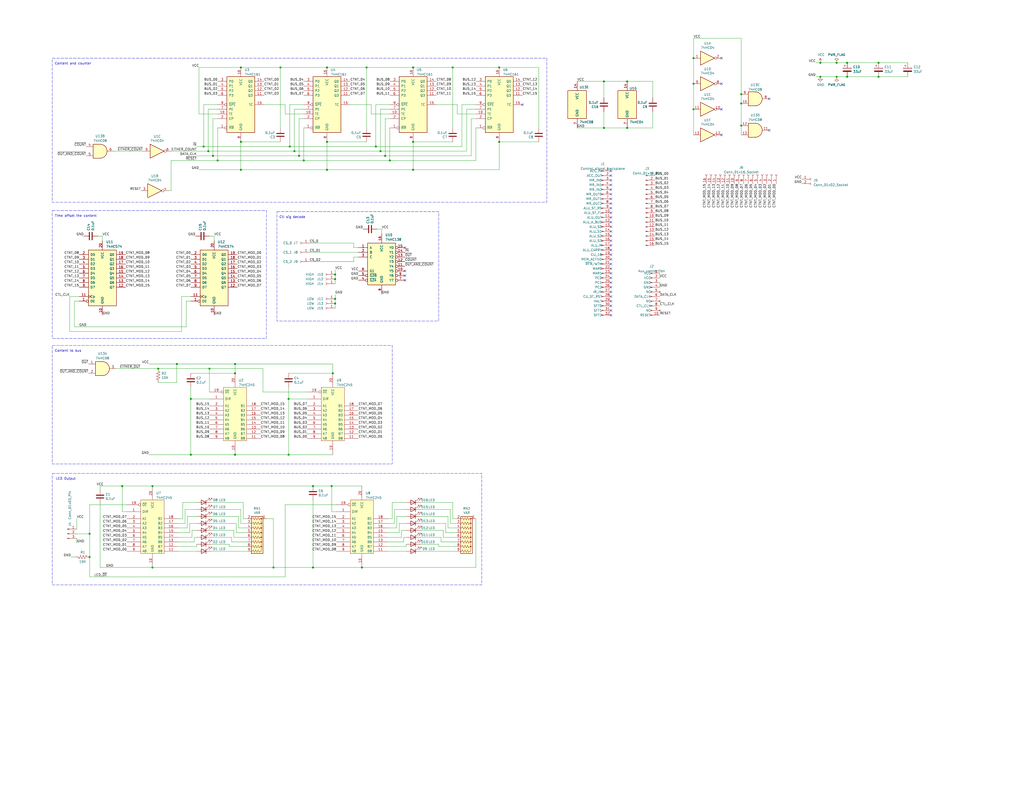
<source format=kicad_sch>
(kicad_sch (version 20230121) (generator eeschema)
  (paper "C")
  (junction (at 170.815 309.88))
  (junction (at 131.445 77.47))
  (junction (at 128.27 248.285))
  (junction (at 182.88 149.86))
  (junction (at 131.445 92.71))
  (junction (at 128.27 198.755))
  (junction (at 329.565 44.45))
  (junction (at 212.725 87.63))
  (junction (at 462.28 41.91))
  (junction (at 378.46 45.72))
  (junction (at 272.415 36.83))
  (junction (at 225.425 36.83))
  (junction (at 197.485 309.88))
  (junction (at 153.035 36.83))
  (junction (at 83.185 265.43))
  (junction (at 182.88 165.735))
  (junction (at 378.46 31.75))
  (junction (at 205.105 80.01))
  (junction (at 113.665 82.55))
  (junction (at 128.27 203.835))
  (junction (at 157.48 217.805))
  (junction (at 456.565 41.91))
  (junction (at 200.025 36.83))
  (junction (at 114.3 201.295))
  (junction (at 178.435 92.71))
  (junction (at 178.435 36.83))
  (junction (at 456.565 34.29))
  (junction (at 272.415 77.47))
  (junction (at 447.675 34.29))
  (junction (at 404.495 56.515))
  (junction (at 163.195 85.09))
  (junction (at 86.36 201.295))
  (junction (at 182.88 163.195))
  (junction (at 180.975 265.43))
  (junction (at 329.565 69.85))
  (junction (at 165.735 87.63))
  (junction (at 378.46 59.69))
  (junction (at 149.225 309.88))
  (junction (at 178.435 77.47))
  (junction (at 210.185 85.09))
  (junction (at 96.52 198.755))
  (junction (at 225.425 77.47))
  (junction (at 247.015 36.83))
  (junction (at 404.495 68.58))
  (junction (at 342.265 44.45))
  (junction (at 158.115 80.01))
  (junction (at 170.815 265.43))
  (junction (at 225.425 92.71))
  (junction (at 342.265 69.85))
  (junction (at 116.205 85.09))
  (junction (at 404.495 51.435))
  (junction (at 118.745 87.63))
  (junction (at 83.185 309.88))
  (junction (at 447.675 41.91))
  (junction (at 160.655 82.55))
  (junction (at 48.895 304.165))
  (junction (at 104.14 217.805))
  (junction (at 48.895 291.465))
  (junction (at 479.425 41.91))
  (junction (at 182.88 152.4))
  (junction (at 479.425 34.29))
  (junction (at 111.125 80.01))
  (junction (at 462.28 34.29))
  (junction (at 66.675 265.43))
  (junction (at 157.48 248.285))
  (junction (at 207.645 82.55))
  (junction (at 131.445 36.83))
  (junction (at 104.14 248.285))
  (junction (at 181.61 203.835))
  (no_connect (at 220.98 150.495))
  (no_connect (at 333.375 164.465))
  (no_connect (at 333.375 133.985))
  (no_connect (at 220.98 135.255))
  (no_connect (at 333.375 172.085))
  (no_connect (at 393.7 31.75))
  (no_connect (at 333.375 95.885))
  (no_connect (at 333.375 113.665))
  (no_connect (at 333.375 156.845))
  (no_connect (at 333.375 154.305))
  (no_connect (at 333.375 98.425))
  (no_connect (at 333.375 103.505))
  (no_connect (at 333.375 141.605))
  (no_connect (at 333.375 149.225))
  (no_connect (at 333.375 144.145))
  (no_connect (at 333.375 131.445))
  (no_connect (at 333.375 118.745))
  (no_connect (at 333.375 93.345))
  (no_connect (at 333.375 116.205))
  (no_connect (at 220.98 147.955))
  (no_connect (at 333.375 159.385))
  (no_connect (at 333.375 121.285))
  (no_connect (at 285.115 57.15))
  (no_connect (at 333.375 151.765))
  (no_connect (at 333.375 136.525))
  (no_connect (at 419.735 53.975))
  (no_connect (at 333.375 111.125))
  (no_connect (at 333.375 123.825))
  (no_connect (at 333.375 169.545))
  (no_connect (at 393.7 73.66))
  (no_connect (at 333.375 106.045))
  (no_connect (at 393.7 45.72))
  (no_connect (at 333.375 108.585))
  (no_connect (at 333.375 146.685))
  (no_connect (at 393.7 59.69))
  (no_connect (at 220.98 153.035))
  (no_connect (at 333.375 100.965))
  (no_connect (at 333.375 167.005))
  (no_connect (at 419.735 71.12))
  (no_connect (at 333.375 139.065))
  (no_connect (at 333.375 161.925))
  (no_connect (at 333.375 126.365))
  (no_connect (at 333.375 128.905))
  (wire (pts (xy 193.04 135.255) (xy 195.58 135.255)))
  (wire (pts (xy 229.235 297.18) (xy 239.395 297.18)))
  (wire (pts (xy 125.095 298.45) (xy 135.255 298.45)))
  (wire (pts (xy 99.06 161.925) (xy 99.06 180.975)))
  (wire (pts (xy 404.495 51.435) (xy 404.495 56.515)))
  (wire (pts (xy 178.435 92.71) (xy 225.425 92.71)))
  (wire (pts (xy 101.6 164.465) (xy 104.14 164.465)))
  (wire (pts (xy 238.125 57.15) (xy 249.555 57.15)))
  (wire (pts (xy 272.415 92.71) (xy 272.415 77.47)))
  (wire (pts (xy 97.155 300.99) (xy 107.315 300.99)))
  (wire (pts (xy 182.88 163.195) (xy 182.88 165.735)))
  (wire (pts (xy 103.505 290.83) (xy 103.505 285.75)))
  (wire (pts (xy 247.015 36.83) (xy 247.015 69.85)))
  (wire (pts (xy 167.64 217.805) (xy 157.48 217.805)))
  (wire (pts (xy 211.455 283.21) (xy 213.995 283.21)))
  (wire (pts (xy 158.115 57.15) (xy 165.735 57.15)))
  (wire (pts (xy 131.445 285.75) (xy 135.255 285.75)))
  (wire (pts (xy 212.725 69.85) (xy 212.725 87.63)))
  (wire (pts (xy 38.735 304.165) (xy 41.275 304.165)))
  (wire (pts (xy 143.51 213.995) (xy 143.51 201.295)))
  (wire (pts (xy 404.495 20.955) (xy 404.495 51.435)))
  (wire (pts (xy 212.725 87.63) (xy 259.715 87.63)))
  (wire (pts (xy 211.455 285.75) (xy 215.265 285.75)))
  (wire (pts (xy 153.035 36.83) (xy 153.035 69.85)))
  (wire (pts (xy 404.495 56.515) (xy 404.495 68.58)))
  (wire (pts (xy 97.155 293.37) (xy 104.775 293.37)))
  (wire (pts (xy 55.88 128.905) (xy 55.88 131.445)))
  (wire (pts (xy 221.615 298.45) (xy 221.615 297.18)))
  (wire (pts (xy 131.445 36.83) (xy 153.035 36.83)))
  (wire (pts (xy 69.215 279.4) (xy 66.675 279.4)))
  (wire (pts (xy 445.135 41.91) (xy 447.675 41.91)))
  (wire (pts (xy 128.27 198.755) (xy 96.52 198.755)))
  (wire (pts (xy 149.225 309.88) (xy 170.815 309.88)))
  (wire (pts (xy 107.315 298.45) (xy 107.315 297.18)))
  (wire (pts (xy 220.345 295.91) (xy 220.345 293.37)))
  (wire (pts (xy 118.745 62.23) (xy 108.585 62.23)))
  (wire (pts (xy 97.155 285.75) (xy 100.965 285.75)))
  (wire (pts (xy 219.075 293.37) (xy 219.075 289.56)))
  (wire (pts (xy 243.205 285.75) (xy 243.205 290.83)))
  (wire (pts (xy 244.475 281.94) (xy 244.475 288.29)))
  (wire (pts (xy 210.185 64.77) (xy 210.185 85.09)))
  (wire (pts (xy 207.645 59.69) (xy 207.645 82.55)))
  (wire (pts (xy 128.27 203.835) (xy 104.14 203.835)))
  (wire (pts (xy 128.27 198.755) (xy 181.61 198.755)))
  (wire (pts (xy 54.61 274.955) (xy 54.61 309.88)))
  (wire (pts (xy 114.935 293.37) (xy 126.365 293.37)))
  (wire (pts (xy 197.485 265.43) (xy 180.975 265.43)))
  (wire (pts (xy 229.235 289.56) (xy 241.935 289.56)))
  (wire (pts (xy 99.695 274.32) (xy 107.315 274.32)))
  (wire (pts (xy 356.235 44.45) (xy 342.265 44.45)))
  (wire (pts (xy 243.205 290.83) (xy 249.555 290.83)))
  (wire (pts (xy 93.345 87.63) (xy 93.345 104.14)))
  (wire (pts (xy 456.565 34.29) (xy 462.28 34.29)))
  (wire (pts (xy 155.575 62.23) (xy 165.735 62.23)))
  (wire (pts (xy 131.445 278.13) (xy 131.445 285.75)))
  (wire (pts (xy 54.61 309.88) (xy 83.185 309.88)))
  (wire (pts (xy 132.715 274.32) (xy 132.715 283.21)))
  (wire (pts (xy 160.655 59.69) (xy 160.655 82.55)))
  (wire (pts (xy 102.235 288.29) (xy 102.235 281.94)))
  (wire (pts (xy 447.675 34.29) (xy 456.565 34.29)))
  (wire (pts (xy 38.1 161.925) (xy 43.18 161.925)))
  (wire (pts (xy 247.015 77.47) (xy 225.425 77.47)))
  (wire (pts (xy 163.195 85.09) (xy 163.195 64.77)))
  (wire (pts (xy 104.14 217.805) (xy 104.14 248.285)))
  (wire (pts (xy 205.105 57.15) (xy 205.105 80.01)))
  (wire (pts (xy 131.445 92.71) (xy 108.585 92.71)))
  (wire (pts (xy 182.88 152.4) (xy 182.88 154.94)))
  (wire (pts (xy 257.175 85.09) (xy 210.185 85.09)))
  (wire (pts (xy 404.495 20.955) (xy 378.46 20.955)))
  (wire (pts (xy 249.555 57.15) (xy 249.555 62.23)))
  (wire (pts (xy 229.235 274.32) (xy 247.015 274.32)))
  (wire (pts (xy 86.36 201.295) (xy 114.3 201.295)))
  (wire (pts (xy 211.455 290.83) (xy 217.805 290.83)))
  (wire (pts (xy 128.27 248.285) (xy 157.48 248.285)))
  (wire (pts (xy 104.14 211.455) (xy 104.14 217.805)))
  (wire (pts (xy 48.895 275.59) (xy 48.895 291.465)))
  (wire (pts (xy 211.455 295.91) (xy 220.345 295.91)))
  (wire (pts (xy 111.125 80.01) (xy 111.125 57.15)))
  (wire (pts (xy 456.565 41.91) (xy 462.28 41.91)))
  (wire (pts (xy 111.125 57.15) (xy 118.745 57.15)))
  (wire (pts (xy 191.135 57.15) (xy 202.565 57.15)))
  (wire (pts (xy 225.425 36.83) (xy 247.015 36.83)))
  (wire (pts (xy 249.555 62.23) (xy 259.715 62.23)))
  (wire (pts (xy 456.565 41.91) (xy 447.675 41.91)))
  (wire (pts (xy 53.34 128.905) (xy 55.88 128.905)))
  (wire (pts (xy 182.88 147.32) (xy 182.88 149.86)))
  (wire (pts (xy 217.805 285.75) (xy 221.615 285.75)))
  (wire (pts (xy 182.88 165.735) (xy 182.88 168.275)))
  (wire (pts (xy 102.235 281.94) (xy 107.315 281.94)))
  (wire (pts (xy 128.905 285.75) (xy 128.905 290.83)))
  (wire (pts (xy 97.155 288.29) (xy 102.235 288.29)))
  (wire (pts (xy 118.745 69.85) (xy 118.745 87.63)))
  (wire (pts (xy 116.205 85.09) (xy 163.195 85.09)))
  (wire (pts (xy 272.415 77.47) (xy 294.005 77.47)))
  (wire (pts (xy 165.735 87.63) (xy 212.725 87.63)))
  (wire (pts (xy 111.125 80.01) (xy 158.115 80.01)))
  (wire (pts (xy 229.235 285.75) (xy 243.205 285.75)))
  (wire (pts (xy 211.455 298.45) (xy 221.615 298.45)))
  (wire (pts (xy 229.235 293.37) (xy 240.665 293.37)))
  (wire (pts (xy 215.265 285.75) (xy 215.265 278.13)))
  (wire (pts (xy 126.365 293.37) (xy 126.365 295.91)))
  (wire (pts (xy 63.5 201.295) (xy 86.36 201.295)))
  (wire (pts (xy 479.425 41.91) (xy 495.3 41.91)))
  (wire (pts (xy 183.515 279.4) (xy 180.975 279.4)))
  (wire (pts (xy 213.995 274.32) (xy 221.615 274.32)))
  (wire (pts (xy 254.635 59.69) (xy 254.635 82.55)))
  (wire (pts (xy 97.155 295.91) (xy 106.045 295.91)))
  (wire (pts (xy 195.58 140.335) (xy 193.04 140.335)))
  (wire (pts (xy 200.025 36.83) (xy 200.025 69.85)))
  (wire (pts (xy 247.015 36.83) (xy 272.415 36.83)))
  (wire (pts (xy 182.88 149.86) (xy 182.88 152.4)))
  (wire (pts (xy 182.88 160.655) (xy 182.88 163.195)))
  (wire (pts (xy 54.61 265.43) (xy 54.61 267.335)))
  (wire (pts (xy 101.6 178.435) (xy 40.64 178.435)))
  (wire (pts (xy 116.205 64.77) (xy 118.745 64.77)))
  (wire (pts (xy 193.04 140.335) (xy 193.04 142.875)))
  (wire (pts (xy 225.425 92.71) (xy 272.415 92.71)))
  (wire (pts (xy 97.155 298.45) (xy 107.315 298.45)))
  (wire (pts (xy 116.205 85.09) (xy 116.205 64.77)))
  (wire (pts (xy 128.905 290.83) (xy 135.255 290.83)))
  (wire (pts (xy 356.235 60.96) (xy 356.235 69.85)))
  (wire (pts (xy 207.645 82.55) (xy 160.655 82.55)))
  (wire (pts (xy 155.575 57.15) (xy 155.575 62.23)))
  (wire (pts (xy 229.235 281.94) (xy 244.475 281.94)))
  (wire (pts (xy 40.64 178.435) (xy 40.64 164.465)))
  (wire (pts (xy 462.28 34.29) (xy 479.425 34.29)))
  (wire (pts (xy 157.48 217.805) (xy 157.48 248.285)))
  (wire (pts (xy 114.935 278.13) (xy 131.445 278.13)))
  (wire (pts (xy 239.395 298.45) (xy 249.555 298.45)))
  (wire (pts (xy 244.475 288.29) (xy 249.555 288.29)))
  (wire (pts (xy 127.635 293.37) (xy 135.255 293.37)))
  (wire (pts (xy 83.185 309.88) (xy 149.225 309.88)))
  (wire (pts (xy 54.61 265.43) (xy 66.675 265.43)))
  (wire (pts (xy 93.345 104.14) (xy 92.075 104.14)))
  (wire (pts (xy 106.045 295.91) (xy 106.045 293.37)))
  (wire (pts (xy 48.895 304.165) (xy 48.895 314.96)))
  (wire (pts (xy 215.265 278.13) (xy 221.615 278.13)))
  (wire (pts (xy 149.225 283.21) (xy 149.225 309.88)))
  (wire (pts (xy 100.965 278.13) (xy 107.315 278.13)))
  (wire (pts (xy 360.045 149.225) (xy 360.045 151.765)))
  (wire (pts (xy 254.635 59.69) (xy 259.715 59.69)))
  (wire (pts (xy 130.175 288.29) (xy 135.255 288.29)))
  (wire (pts (xy 168.91 137.795) (xy 195.58 137.795)))
  (wire (pts (xy 97.155 283.21) (xy 99.695 283.21)))
  (wire (pts (xy 211.455 288.29) (xy 216.535 288.29)))
  (wire (pts (xy 181.61 203.835) (xy 157.48 203.835)))
  (wire (pts (xy 241.935 293.37) (xy 249.555 293.37)))
  (wire (pts (xy 96.52 198.755) (xy 81.28 198.755)))
  (wire (pts (xy 153.035 77.47) (xy 131.445 77.47)))
  (wire (pts (xy 257.175 64.77) (xy 257.175 85.09)))
  (wire (pts (xy 145.415 283.21) (xy 149.225 283.21)))
  (wire (pts (xy 144.145 57.15) (xy 155.575 57.15)))
  (wire (pts (xy 216.535 288.29) (xy 216.535 281.94)))
  (wire (pts (xy 104.775 293.37) (xy 104.775 289.56)))
  (wire (pts (xy 378.46 31.75) (xy 378.46 45.72)))
  (wire (pts (xy 404.495 68.58) (xy 404.495 73.66)))
  (wire (pts (xy 128.27 203.835) (xy 128.27 198.755)))
  (wire (pts (xy 168.91 132.715) (xy 193.04 132.715)))
  (wire (pts (xy 125.095 297.18) (xy 125.095 298.45)))
  (wire (pts (xy 86.36 208.915) (xy 96.52 208.915)))
  (wire (pts (xy 216.535 281.94) (xy 221.615 281.94)))
  (wire (pts (xy 114.935 285.75) (xy 128.905 285.75)))
  (wire (pts (xy 445.135 34.29) (xy 447.675 34.29)))
  (wire (pts (xy 41.91 288.925) (xy 41.91 283.21)))
  (wire (pts (xy 153.035 36.83) (xy 178.435 36.83)))
  (wire (pts (xy 97.155 290.83) (xy 103.505 290.83)))
  (wire (pts (xy 241.935 289.56) (xy 241.935 293.37)))
  (wire (pts (xy 213.995 283.21) (xy 213.995 274.32)))
  (wire (pts (xy 93.345 87.63) (xy 118.745 87.63)))
  (wire (pts (xy 118.745 87.63) (xy 165.735 87.63)))
  (wire (pts (xy 200.025 77.47) (xy 178.435 77.47)))
  (wire (pts (xy 329.565 60.96) (xy 329.565 69.85)))
  (wire (pts (xy 165.735 69.85) (xy 165.735 87.63)))
  (wire (pts (xy 180.975 279.4) (xy 180.975 265.43)))
  (wire (pts (xy 240.665 293.37) (xy 240.665 295.91)))
  (wire (pts (xy 114.3 217.805) (xy 104.14 217.805)))
  (wire (pts (xy 211.455 293.37) (xy 219.075 293.37)))
  (wire (pts (xy 48.895 275.59) (xy 69.215 275.59)))
  (wire (pts (xy 168.91 142.875) (xy 193.04 142.875)))
  (wire (pts (xy 200.025 36.83) (xy 225.425 36.83)))
  (wire (pts (xy 356.235 53.34) (xy 356.235 44.45)))
  (wire (pts (xy 378.46 45.72) (xy 378.46 59.69)))
  (wire (pts (xy 479.425 34.29) (xy 495.3 34.29)))
  (wire (pts (xy 104.14 161.925) (xy 99.06 161.925)))
  (wire (pts (xy 208.28 125.095) (xy 208.28 127.635)))
  (wire (pts (xy 83.185 265.43) (xy 170.815 265.43)))
  (wire (pts (xy 131.445 77.47) (xy 131.445 92.71)))
  (wire (pts (xy 165.735 59.69) (xy 160.655 59.69)))
  (wire (pts (xy 205.105 80.01) (xy 252.095 80.01)))
  (wire (pts (xy 360.045 154.305) (xy 360.045 156.845)))
  (wire (pts (xy 126.365 295.91) (xy 135.255 295.91)))
  (wire (pts (xy 107.315 85.09) (xy 116.205 85.09)))
  (wire (pts (xy 143.51 201.295) (xy 114.3 201.295)))
  (wire (pts (xy 155.575 275.59) (xy 155.575 314.96)))
  (wire (pts (xy 180.975 265.43) (xy 170.815 265.43)))
  (wire (pts (xy 127.635 289.56) (xy 127.635 293.37)))
  (wire (pts (xy 178.435 36.83) (xy 200.025 36.83)))
  (wire (pts (xy 132.715 283.21) (xy 135.255 283.21)))
  (wire (pts (xy 257.175 64.77) (xy 259.715 64.77)))
  (wire (pts (xy 378.46 20.955) (xy 378.46 31.75)))
  (wire (pts (xy 342.265 44.45) (xy 329.565 44.45)))
  (wire (pts (xy 294.005 36.83) (xy 294.005 69.85)))
  (wire (pts (xy 239.395 297.18) (xy 239.395 298.45)))
  (wire (pts (xy 225.425 92.71) (xy 225.425 77.47)))
  (wire (pts (xy 116.84 128.905) (xy 116.84 131.445)))
  (wire (pts (xy 211.455 300.99) (xy 221.615 300.99)))
  (wire (pts (xy 314.96 69.85) (xy 329.565 69.85)))
  (wire (pts (xy 157.48 211.455) (xy 157.48 217.805)))
  (wire (pts (xy 99.695 283.21) (xy 99.695 274.32)))
  (wire (pts (xy 99.06 180.975) (xy 38.1 180.975)))
  (wire (pts (xy 205.74 125.095) (xy 208.28 125.095)))
  (wire (pts (xy 157.48 248.285) (xy 181.61 248.285)))
  (wire (pts (xy 106.045 293.37) (xy 107.315 293.37)))
  (wire (pts (xy 158.115 80.01) (xy 205.105 80.01)))
  (wire (pts (xy 252.095 57.15) (xy 252.095 80.01)))
  (wire (pts (xy 38.1 180.975) (xy 38.1 161.925)))
  (wire (pts (xy 254.635 82.55) (xy 207.645 82.55)))
  (wire (pts (xy 240.665 295.91) (xy 249.555 295.91)))
  (wire (pts (xy 114.935 300.99) (xy 135.255 300.99)))
  (wire (pts (xy 342.265 69.85) (xy 329.565 69.85)))
  (wire (pts (xy 158.115 57.15) (xy 158.115 80.01)))
  (wire (pts (xy 155.575 275.59) (xy 183.515 275.59)))
  (wire (pts (xy 130.175 281.94) (xy 130.175 288.29)))
  (wire (pts (xy 48.895 291.465) (xy 48.895 304.165)))
  (wire (pts (xy 81.28 248.285) (xy 104.14 248.285)))
  (wire (pts (xy 114.935 281.94) (xy 130.175 281.94)))
  (wire (pts (xy 155.575 314.96) (xy 48.895 314.96)))
  (wire (pts (xy 193.04 132.715) (xy 193.04 135.255)))
  (wire (pts (xy 378.46 59.69) (xy 378.46 73.66)))
  (wire (pts (xy 114.3 128.905) (xy 116.84 128.905)))
  (wire (pts (xy 212.725 59.69) (xy 207.645 59.69)))
  (wire (pts (xy 62.23 82.55) (xy 78.105 82.55)))
  (wire (pts (xy 108.585 36.83) (xy 131.445 36.83)))
  (wire (pts (xy 219.075 289.56) (xy 221.615 289.56)))
  (wire (pts (xy 252.095 57.15) (xy 259.715 57.15)))
  (wire (pts (xy 181.61 198.755) (xy 181.61 203.835)))
  (wire (pts (xy 163.195 64.77) (xy 165.735 64.77)))
  (wire (pts (xy 114.3 213.995) (xy 114.3 201.295)))
  (wire (pts (xy 178.435 92.71) (xy 178.435 77.47)))
  (wire (pts (xy 100.965 285.75) (xy 100.965 278.13)))
  (wire (pts (xy 202.565 62.23) (xy 212.725 62.23)))
  (wire (pts (xy 170.815 309.88) (xy 197.485 309.88)))
  (wire (pts (xy 107.315 80.01) (xy 111.125 80.01)))
  (wire (pts (xy 217.805 290.83) (xy 217.805 285.75)))
  (wire (pts (xy 114.935 289.56) (xy 127.635 289.56)))
  (wire (pts (xy 259.715 309.88) (xy 259.715 283.21)))
  (wire (pts (xy 103.505 285.75) (xy 107.315 285.75)))
  (wire (pts (xy 41.91 291.465) (xy 48.895 291.465)))
  (wire (pts (xy 247.015 274.32) (xy 247.015 283.21)))
  (wire (pts (xy 245.745 278.13) (xy 245.745 285.75)))
  (wire (pts (xy 113.665 59.69) (xy 113.665 82.55)))
  (wire (pts (xy 170.815 273.05) (xy 170.815 309.88)))
  (wire (pts (xy 356.235 69.85) (xy 342.265 69.85)))
  (wire (pts (xy 229.235 278.13) (xy 245.745 278.13)))
  (wire (pts (xy 210.185 85.09) (xy 163.195 85.09)))
  (wire (pts (xy 247.015 283.21) (xy 249.555 283.21)))
  (wire (pts (xy 66.675 265.43) (xy 83.185 265.43)))
  (wire (pts (xy 462.28 41.91) (xy 479.425 41.91)))
  (wire (pts (xy 229.235 300.99) (xy 249.555 300.99)))
  (wire (pts (xy 197.485 309.88) (xy 259.715 309.88)))
  (wire (pts (xy 104.14 248.285) (xy 128.27 248.285)))
  (wire (pts (xy 114.935 274.32) (xy 132.715 274.32)))
  (wire (pts (xy 93.345 82.55) (xy 113.665 82.55)))
  (wire (pts (xy 96.52 208.915) (xy 96.52 198.755)))
  (wire (pts (xy 118.745 59.69) (xy 113.665 59.69)))
  (wire (pts (xy 259.715 69.85) (xy 259.715 87.63)))
  (wire (pts (xy 104.775 289.56) (xy 107.315 289.56)))
  (wire (pts (xy 329.565 53.34) (xy 329.565 44.45)))
  (wire (pts (xy 272.415 36.83) (xy 294.005 36.83)))
  (wire (pts (xy 314.96 44.45) (xy 329.565 44.45)))
  (wire (pts (xy 108.585 36.83) (xy 108.585 62.23)))
  (wire (pts (xy 41.91 296.545) (xy 41.91 294.005)))
  (wire (pts (xy 212.725 64.77) (xy 210.185 64.77)))
  (wire (pts (xy 202.565 57.15) (xy 202.565 62.23)))
  (wire (pts (xy 167.64 213.995) (xy 143.51 213.995)))
  (wire (pts (xy 220.345 293.37) (xy 221.615 293.37)))
  (wire (pts (xy 131.445 92.71) (xy 178.435 92.71)))
  (wire (pts (xy 113.665 82.55) (xy 160.655 82.55)))
  (wire (pts (xy 114.935 297.18) (xy 125.095 297.18)))
  (wire (pts (xy 101.6 164.465) (xy 101.6 178.435)))
  (wire (pts (xy 66.675 265.43) (xy 66.675 279.4)))
  (wire (pts (xy 40.64 164.465) (xy 43.18 164.465)))
  (wire (pts (xy 205.105 57.15) (xy 212.725 57.15)))
  (wire (pts (xy 245.745 285.75) (xy 249.555 285.75)))
  (rectangle (start 28.575 31.75) (end 298.45 110.49) (stroke (width 0) (type dash)))
  (rectangle (start 28.575 188.595) (end 213.995 253.365) (stroke (width 0) (type dash)))
  (rectangle (start 151.13 115.57) (end 239.395 175.26) (stroke (width 0) (type dash)))
  (rectangle (start 28.575 258.445) (end 262.89 319.405) (stroke (width 0) (type dash)))
  (rectangle (start 28.575 114.935) (end 145.415 184.785) (stroke (width 0) (type dash)))
  (text "LED Output" (at 30.48 262.255 0) (effects (font (size 1.27 1.27)) (justify left bottom)))
  (text "Time offset the content" (at 29.845 118.745 0) (effects (font (size 1.27 1.27)) (justify left bottom)))
  (text "Content and counter" (at 29.845 35.56 0) (effects (font (size 1.27 1.27)) (justify left bottom)))
  (text "Ctl sig decode" (at 152.4 119.38 0) (effects (font (size 1.27 1.27)) (justify left bottom)))
  (text "Content to bus" (at 29.845 192.405 0) (effects (font (size 1.27 1.27)) (justify left bottom)))
  (label "RESET" (at 76.835 104.14 180))
  (label "~{OUT_AND_COUNT}" (at 220.98 145.415 0))
  (label "VCC" (at 81.28 198.755 180))
  (label "BUS_03" (at 357.505 103.505 0))
  (label "CTNT_03" (at 104.14 146.685 180))
  (label "VCC" (at 108.585 36.83 180))
  (label "BUS_09" (at 212.725 46.99 180))
  (label "CTNT_MOD_14" (at 68.58 154.305 0))
  (label "CTNT_MOD_11" (at 395.605 100.33 270))
  (label "~{COUNT}" (at 220.98 142.875 0))
  (label "VCC" (at 56.515 265.43 180))
  (label "CTNT_04" (at 191.135 44.45 0))
  (label "GND" (at 41.91 296.545 0))
  (label "CTL_CLK" (at 38.1 161.925 180))
  (label "CTNT_07" (at 191.135 52.07 0))
  (label "BUS_05" (at 165.735 46.99 180))
  (label "BUS_15" (at 357.505 133.985 0))
  (label "DATA_CLK" (at 107.315 85.09 180))
  (label "CTNT_MOD_09" (at 183.515 298.45 180))
  (label "GND" (at 106.68 128.905 180))
  (label "CTNT_MOD_13" (at 68.58 151.765 0))
  (label "~{OUT}" (at 48.26 198.755 180))
  (label "CTNT_00" (at 104.14 139.065 180))
  (label "CTNT_05" (at 104.14 151.765 180))
  (label "VCC" (at 378.46 20.955 0))
  (label "CS_01" (at 168.91 137.795 0))
  (label "~{OUT_AND_COUNT}" (at 46.99 85.09 180))
  (label "GND" (at 314.96 69.85 0))
  (label "CTNT_MOD_11" (at 183.515 293.37 180))
  (label "CTNT_13" (at 43.18 151.765 180))
  (label "CTNT_MOD_08" (at 68.58 139.065 0))
  (label "BUS_13" (at 259.715 46.99 180))
  (label "CTNT_00" (at 144.145 44.45 0))
  (label "GND" (at 116.84 172.085 0))
  (label "CTNT_MOD_04" (at 129.54 149.225 0))
  (label "BUS_14" (at 259.715 49.53 180))
  (label "GND" (at 108.585 92.71 180))
  (label "~{OUT}" (at 220.98 140.335 0))
  (label "VCC" (at 55.88 128.905 0))
  (label "~{OUT_AND_COUNT}" (at 48.26 203.835 180))
  (label "CTNT_08" (at 238.125 44.45 0))
  (label "GND" (at 45.72 128.905 180))
  (label "GND" (at 55.88 172.085 0))
  (label "BUS_09" (at 114.3 236.855 180))
  (label "BUS_00" (at 357.505 95.885 0))
  (label "~{EITHER_OUT}" (at 65.405 201.295 0))
  (label "CTNT_MOD_04" (at 413.385 100.33 270))
  (label "CTNT_04" (at 104.14 149.225 180))
  (label "GND" (at 195.58 153.035 180))
  (label "CTNT_MOD_10" (at 398.145 100.33 270))
  (label "BUS_14" (at 114.3 224.155 180))
  (label "CTNT_MOD_10" (at 183.515 295.91 180))
  (label "LED_~{OE}" (at 51.435 314.96 0))
  (label "GND" (at 208.28 160.655 0))
  (label "BUS_11" (at 357.505 123.825 0))
  (label "CTNT_MOD_09" (at 400.685 100.33 270))
  (label "CTNT_11" (at 43.18 146.685 180))
  (label "BUS_14" (at 357.505 131.445 0))
  (label "CTNT_MOD_03" (at 415.925 100.33 270))
  (label "BUS_12" (at 259.715 44.45 180))
  (label "BUS_10" (at 114.3 234.315 180))
  (label "CTNT_MOD_05" (at 69.215 288.29 180))
  (label "BUS_06" (at 165.735 49.53 180))
  (label "CTNT_MOD_03" (at 195.58 231.775 0))
  (label "CTNT_MOD_00" (at 129.54 139.065 0))
  (label "CTNT_02" (at 104.14 144.145 180))
  (label "CTNT_MOD_12" (at 393.065 100.33 270))
  (label "CTNT_MOD_09" (at 142.24 236.855 0))
  (label "CTNT_MOD_02" (at 129.54 144.145 0))
  (label "CTNT_MOD_08" (at 142.24 239.395 0))
  (label "GND" (at 182.88 160.655 0))
  (label "BUS_12" (at 357.505 126.365 0))
  (label "BUS_02" (at 357.505 100.965 0))
  (label "CTNT_MOD_13" (at 142.24 226.695 0))
  (label "CTNT_MOD_12" (at 183.515 290.83 180))
  (label "BUS_13" (at 114.3 226.695 180))
  (label "DATA_CLK" (at 360.045 161.925 0))
  (label "BUS_01" (at 167.64 236.855 180))
  (label "CTNT_12" (at 43.18 149.225 180))
  (label "CTNT_MOD_11" (at 142.24 231.775 0))
  (label "CTNT_MOD_13" (at 183.515 288.29 180))
  (label "BUS_09" (at 357.505 118.745 0))
  (label "CTNT_MOD_05" (at 410.845 100.33 270))
  (label "BUS_08" (at 212.725 44.45 180))
  (label "CTNT_MOD_06" (at 129.54 154.305 0))
  (label "~{IN}" (at 107.315 80.01 180))
  (label "BUS_15" (at 259.715 52.07 180))
  (label "BUS_05" (at 357.505 108.585 0))
  (label "CTNT_MOD_07" (at 405.765 100.33 270))
  (label "CTNT_MOD_05" (at 129.54 151.765 0))
  (label "BUS_02" (at 167.64 234.315 180))
  (label "~{IN}" (at 220.98 137.795 0))
  (label "~{EITHER_COUNT}" (at 64.135 82.55 0))
  (label "CTNT_09" (at 43.18 141.605 180))
  (label "GND" (at 81.28 248.285 180))
  (label "CTNT_MOD_01" (at 129.54 141.605 0))
  (label "BUS_07" (at 357.505 113.665 0))
  (label "CTNT_03" (at 144.145 52.07 0))
  (label "CTNT_MOD_04" (at 69.215 290.83 180))
  (label "CTNT_05" (at 191.135 46.99 0))
  (label "BUS_07" (at 165.735 52.07 180))
  (label "GND" (at 195.58 150.495 180))
  (label "CTNT_MOD_00" (at 69.215 300.99 180))
  (label "CTNT_02" (at 144.145 49.53 0))
  (label "CTNT_MOD_06" (at 69.215 285.75 180))
  (label "CTNT_MOD_06" (at 195.58 224.155 0))
  (label "EITHER_COUNT" (at 107.315 82.55 180))
  (label "CTNT_15" (at 43.18 156.845 180))
  (label "BUS_12" (at 114.3 229.235 180))
  (label "CTNT_07" (at 104.14 156.845 180))
  (label "GND" (at 43.18 178.435 0))
  (label "CTNT_13" (at 285.115 46.99 0))
  (label "BUS_03" (at 167.64 231.775 180))
  (label "CTNT_MOD_02" (at 195.58 234.315 0))
  (label "CTNT_MOD_12" (at 142.24 229.235 0))
  (label "CTNT_MOD_15" (at 183.515 283.21 180))
  (label "CTNT_MOD_07" (at 69.215 283.21 180))
  (label "BUS_08" (at 357.505 116.205 0))
  (label "VCC" (at 116.84 128.905 0))
  (label "BUS_04" (at 167.64 229.235 180))
  (label "CTNT_09" (at 238.125 46.99 0))
  (label "BUS_11" (at 212.725 52.07 180))
  (label "CTNT_MOD_14" (at 183.515 285.75 180))
  (label "CTNT_MOD_12" (at 68.58 149.225 0))
  (label "BUS_05" (at 167.64 226.695 180))
  (label "GND" (at 360.045 156.845 0))
  (label "CTNT_MOD_04" (at 195.58 229.235 0))
  (label "VCC" (at 437.515 97.79 180))
  (label "VCC" (at 360.045 151.765 0))
  (label "BUS_08" (at 114.3 239.395 180))
  (label "BUS_00" (at 167.64 239.395 180))
  (label "CTNT_MOD_01" (at 69.215 298.45 180))
  (label "VCC" (at 182.88 147.32 0))
  (label "CTNT_MOD_08" (at 183.515 300.99 180))
  (label "BUS_15" (at 114.3 221.615 180))
  (label "VCC" (at 314.96 44.45 0))
  (label "CTNT_14" (at 43.18 154.305 180))
  (label "CTNT_12" (at 285.115 44.45 0))
  (label "CTNT_MOD_15" (at 68.58 156.845 0))
  (label "BUS_01" (at 118.745 46.99 180))
  (label "BUS_04" (at 165.735 44.45 180))
  (label "BUS_13" (at 357.505 128.905 0))
  (label "GND" (at 198.12 125.095 180))
  (label "CS_02" (at 168.91 142.875 0))
  (label "CTNT_MOD_13" (at 390.525 100.33 270))
  (label "GND" (at 437.515 100.33 180))
  (label "CTNT_MOD_03" (at 69.215 293.37 180))
  (label "VCC" (at 445.135 34.29 180))
  (label "CTNT_11" (at 238.125 52.07 0))
  (label "CTNT_MOD_00" (at 423.545 100.33 270))
  (label "CTNT_MOD_05" (at 195.58 226.695 0))
  (label "CTNT_MOD_01" (at 421.005 100.33 270))
  (label "BUS_01" (at 357.505 98.425 0))
  (label "~{RESET}" (at 107.315 87.63 180))
  (label "CTNT_MOD_11" (at 68.58 146.685 0))
  (label "~{COUNT}" (at 46.99 80.01 180))
  (label "CTNT_01" (at 104.14 141.605 180))
  (label "BUS_07" (at 167.64 221.615 180))
  (label "GND" (at 445.135 41.91 180))
  (label "CTNT_06" (at 104.14 154.305 180))
  (label "CTNT_14" (at 285.115 49.53 0))
  (label "CTNT_MOD_08" (at 403.225 100.33 270))
  (label "CTNT_MOD_07" (at 129.54 156.845 0))
  (label "CTNT_MOD_14" (at 142.24 224.155 0))
  (label "CTNT_MOD_02" (at 69.215 295.91 180))
  (label "BUS_04" (at 357.505 106.045 0))
  (label "CTNT_MOD_09" (at 68.58 141.605 0))
  (label "CTNT_MOD_14" (at 387.985 100.33 270))
  (label "BUS_03" (at 118.745 52.07 180))
  (label "VCC" (at 41.91 283.21 0))
  (label "BUS_06" (at 167.64 224.155 180))
  (label "BUS_02" (at 118.745 49.53 180))
  (label "CTNT_MOD_01" (at 195.58 236.855 0))
  (label "CTNT_MOD_00" (at 195.58 239.395 0))
  (label "CTNT_15" (at 285.115 52.07 0))
  (label "BUS_11" (at 114.3 231.775 180))
  (label "CTL_CLK" (at 360.045 167.005 0))
  (label "CTNT_MOD_06" (at 408.305 100.33 270))
  (label "CTNT_MOD_07" (at 195.58 221.615 0))
  (label "GND" (at 38.735 304.165 180))
  (label "RESET" (at 360.045 172.085 0))
  (label "VCC" (at 208.28 125.095 0))
  (label "BUS_10" (at 357.505 121.285 0))
  (label "CTNT_06" (at 191.135 49.53 0))
  (label "CTNT_MOD_02" (at 418.465 100.33 270))
  (label "CTNT_MOD_10" (at 68.58 144.145 0))
  (label "BUS_10" (at 212.725 49.53 180))
  (label "CTNT_MOD_15" (at 142.24 221.615 0))
  (label "BUS_00" (at 118.745 44.45 180))
  (label "GND" (at 57.785 309.88 0))
  (label "CTNT_MOD_10" (at 142.24 234.315 0))
  (label "CTNT_01" (at 144.145 46.99 0))
  (label "VCC" (at 195.58 147.955 180))
  (label "CTNT_08" (at 43.18 139.065 180))
  (label "CTNT_10" (at 238.125 49.53 0))
  (label "BUS_06" (at 357.505 111.125 0))
  (label "CTNT_10" (at 43.18 144.145 180))
  (label "CTNT_MOD_03" (at 129.54 146.685 0))
  (label "CTNT_MOD_15" (at 385.445 100.33 270))
  (label "CS_0" (at 168.91 132.715 0))
  (symbol (lib_id "74xx:74HC04") (at 386.08 31.75 0) (unit 1)
    (property "Reference" "U1" (at 386.08 23.6982 0))
    (property "Value" "74HC04" (at 386.08 26.0096 0))
    (property "Footprint" "Package_DIP:DIP-14_W7.62mm_Socket" (effects hide))
    (property "Datasheet" "https://assets.nexperia.com/documents/data-sheet/74HC_HCT04.pdf" (effects hide))
  )
  (symbol (lib_id "74xx:74HC04") (at 84.455 104.14 0) (unit 2)
    (property "Reference" "U1" (at 84.455 96.0882 0))
    (property "Value" "74HC04" (at 84.455 98.3996 0))
    (property "Footprint" "Package_DIP:DIP-14_W7.62mm_Socket" (effects hide))
    (property "Datasheet" "https://assets.nexperia.com/documents/data-sheet/74HC_HCT04.pdf" (effects hide))
  )
  (symbol (lib_id "74xx:74HC04") (at 85.725 82.55 0) (unit 3)
    (property "Reference" "U1" (at 85.725 74.4982 0))
    (property "Value" "74HC04" (at 85.725 76.8096 0))
    (property "Footprint" "Package_DIP:DIP-14_W7.62mm_Socket" (effects hide))
    (property "Datasheet" "https://assets.nexperia.com/documents/data-sheet/74HC_HCT04.pdf" (effects hide))
  )
  (symbol (lib_id "74xx:74HC04") (at 386.08 45.72 0) (unit 4)
    (property "Reference" "U1" (at 386.08 37.6682 0))
    (property "Value" "74HC04" (at 386.08 39.9796 0))
    (property "Footprint" "Package_DIP:DIP-14_W7.62mm_Socket" (effects hide))
    (property "Datasheet" "https://assets.nexperia.com/documents/data-sheet/74HC_HCT04.pdf" (effects hide))
  )
  (symbol (lib_id "74xx:74HC04") (at 386.08 59.69 0) (unit 5)
    (property "Reference" "U1" (at 386.08 51.6382 0))
    (property "Value" "74HC04" (at 386.08 53.9496 0))
    (property "Footprint" "Package_DIP:DIP-14_W7.62mm_Socket" (effects hide))
    (property "Datasheet" "https://assets.nexperia.com/documents/data-sheet/74HC_HCT04.pdf" (effects hide))
  )
  (symbol (lib_id "74xx:74HC04") (at 386.08 73.66 0) (unit 6)
    (property "Reference" "U1" (at 386.08 65.6082 0))
    (property "Value" "74HC04" (at 386.08 67.9196 0))
    (property "Footprint" "Package_DIP:DIP-14_W7.62mm_Socket" (effects hide))
    (property "Datasheet" "https://assets.nexperia.com/documents/data-sheet/74HC_HCT04.pdf" (effects hide))
  )
  (symbol (lib_id "74xx:74HC04") (at 342.265 57.15 0) (unit 7)
    (property "Reference" "U1" (at 343.535 48.26 0) (effects (justify left)))
    (property "Value" "74HC04" (at 343.535 66.675 0) (effects (justify left)))
    (property "Footprint" "Package_DIP:DIP-14_W7.62mm_Socket" (effects hide))
    (property "Datasheet" "https://assets.nexperia.com/documents/data-sheet/74HC_HCT04.pdf" (effects hide))
  )
  (symbol (lib_id "Device:LED") (at 225.425 274.32 180) (unit 1)
    (property "Reference" "D16" (at 231.775 273.05 0))
    (property "Value" "LED" (at 235.585 273.05 0))
    (property "Footprint" "sixteen-bit-computer:LED_D5.0mm_Horizontal_O3.81mm_Z3.0mm" (effects hide))
  )
  (symbol (lib_id "Device:LED") (at 225.425 278.13 180) (unit 1)
    (property "Reference" "D15" (at 231.775 276.86 0))
    (property "Value" "LED" (at 235.585 276.86 0))
    (property "Footprint" "sixteen-bit-computer:LED_D5.0mm_Horizontal_O3.81mm_Z3.0mm" (effects hide))
  )
  (symbol (lib_id "Device:LED") (at 225.425 281.94 180) (unit 1)
    (property "Reference" "D14" (at 231.775 280.67 0))
    (property "Value" "LED" (at 235.585 280.67 0))
    (property "Footprint" "sixteen-bit-computer:LED_D5.0mm_Horizontal_O3.81mm_Z3.0mm" (effects hide))
  )
  (symbol (lib_id "Device:LED") (at 225.425 285.75 180) (unit 1)
    (property "Reference" "D13" (at 231.775 284.48 0))
    (property "Value" "LED" (at 235.585 284.48 0))
    (property "Footprint" "sixteen-bit-computer:LED_D5.0mm_Horizontal_O3.81mm_Z3.0mm" (effects hide))
  )
  (symbol (lib_id "Device:LED") (at 225.425 289.56 180) (unit 1)
    (property "Reference" "D12" (at 231.775 288.29 0))
    (property "Value" "LED" (at 235.585 288.29 0))
    (property "Footprint" "sixteen-bit-computer:LED_D5.0mm_Horizontal_O3.81mm_Z3.0mm" (effects hide))
  )
  (symbol (lib_id "Device:LED") (at 225.425 293.37 180) (unit 1)
    (property "Reference" "D11" (at 231.775 292.1 0))
    (property "Value" "LED" (at 235.585 292.1 0))
    (property "Footprint" "sixteen-bit-computer:LED_D5.0mm_Horizontal_O3.81mm_Z3.0mm" (effects hide))
  )
  (symbol (lib_id "Device:LED") (at 225.425 297.18 180) (unit 1)
    (property "Reference" "D10" (at 231.775 295.91 0))
    (property "Value" "LED" (at 235.585 295.91 0))
    (property "Footprint" "sixteen-bit-computer:LED_D5.0mm_Horizontal_O3.81mm_Z3.0mm" (effects hide))
  )
  (symbol (lib_id "Device:LED") (at 225.425 300.99 180) (unit 1)
    (property "Reference" "D9" (at 231.775 299.72 0))
    (property "Value" "LED" (at 235.585 299.72 0))
    (property "Footprint" "sixteen-bit-computer:LED_D5.0mm_Horizontal_O3.81mm_Z3.0mm" (effects hide))
  )
  (symbol (lib_id "Device:R_Network08_US") (at 254.635 293.37 270) (unit 1)
    (property "Reference" "RN2" (at 254.635 277.6982 90))
    (property "Value" "VAR" (at 254.635 280.0096 90))
    (property "Footprint" "Resistor_THT:R_Array_SIP9" (effects hide))
    (property "Datasheet" "http://www.vishay.com/docs/31509/csc.pdf" (effects hide))
  )
  (symbol (lib_id "Device:C") (at 153.035 73.66 180) (unit 1)
    (property "Reference" "C3" (at 150.114 74.8284 0) (effects (justify left)))
    (property "Value" "0.1uF" (at 150.114 72.517 0) (effects (justify left)))
    (property "Footprint" "Capacitor_THT:C_Disc_D5.0mm_W2.5mm_P5.00mm" (effects hide))
  )
  (symbol (lib_id "Device:C") (at 157.48 207.645 0) (unit 1)
    (property "Reference" "C4" (at 160.401 206.4766 0) (effects (justify left)))
    (property "Value" "0.1uF" (at 160.401 208.788 0) (effects (justify left)))
    (property "Footprint" "Capacitor_THT:C_Disc_D5.0mm_W2.5mm_P5.00mm" (effects hide))
  )
  (symbol (lib_id "Device:C") (at 104.14 207.645 0) (unit 1)
    (property "Reference" "C2" (at 107.061 206.4766 0) (effects (justify left)))
    (property "Value" "0.1uF" (at 107.061 208.788 0) (effects (justify left)))
    (property "Footprint" "Capacitor_THT:C_Disc_D5.0mm_W2.5mm_P5.00mm" (effects hide))
  )
  (symbol (lib_id "Device:C") (at 54.61 271.145 0) (unit 1)
    (property "Reference" "C1" (at 57.531 269.9766 0) (effects (justify left)))
    (property "Value" "0.1uF" (at 57.531 272.288 0) (effects (justify left)))
    (property "Footprint" "Capacitor_THT:C_Disc_D5.0mm_W2.5mm_P5.00mm" (effects hide))
  )
  (symbol (lib_id "power:PWR_FLAG") (at 456.565 34.29 0) (unit 1)
    (property "Reference" "#FLG01" (effects hide))
    (property "Value" "PWR_FLAG" (at 456.565 29.8958 0))
  )
  (symbol (lib_id "power:VCC") (at 447.675 34.29 0) (unit 1)
    (property "Reference" "#PWR01" (effects hide))
    (property "Value" "VCC" (at 448.1068 29.8958 0))
  )
  (symbol (lib_id "power:GND") (at 447.675 41.91 0) (unit 1)
    (property "Reference" "#PWR02" (effects hide))
    (property "Value" "GND" (at 447.802 46.3042 0))
  )
  (symbol (lib_id "power:PWR_FLAG") (at 456.565 41.91 180) (unit 1)
    (property "Reference" "#FLG02" (effects hide))
    (property "Value" "PWR_FLAG" (at 456.565 46.3042 0))
  )
  (symbol (lib_id "Device:C") (at 200.025 73.66 180) (unit 1)
    (property "Reference" "C5" (at 197.104 74.8284 0) (effects (justify left)))
    (property "Value" "0.1uF" (at 197.104 72.517 0) (effects (justify left)))
    (property "Footprint" "Capacitor_THT:C_Disc_D5.0mm_W2.5mm_P5.00mm" (effects hide))
  )
  (symbol (lib_id "Device:C") (at 247.015 73.66 180) (unit 1)
    (property "Reference" "C7" (at 244.094 74.8284 0) (effects (justify left)))
    (property "Value" "0.1uF" (at 244.094 72.517 0) (effects (justify left)))
    (property "Footprint" "Capacitor_THT:C_Disc_D5.0mm_W2.5mm_P5.00mm" (effects hide))
  )
  (symbol (lib_id "Device:C") (at 294.005 73.66 180) (unit 1)
    (property "Reference" "C8" (at 291.084 74.8284 0) (effects (justify left)))
    (property "Value" "0.1uF" (at 291.084 72.517 0) (effects (justify left)))
    (property "Footprint" "Capacitor_THT:C_Disc_D5.0mm_W2.5mm_P5.00mm" (effects hide))
  )
  (symbol (lib_id "Device:C") (at 170.815 269.24 0) (unit 1)
    (property "Reference" "C6" (at 173.736 268.0716 0) (effects (justify left)))
    (property "Value" "0.1uF" (at 173.736 270.383 0) (effects (justify left)))
    (property "Footprint" "Capacitor_THT:C_Disc_D5.0mm_W2.5mm_P5.00mm" (effects hide))
  )
  (symbol (lib_id "Device:LED") (at 111.125 274.32 180) (unit 1)
    (property "Reference" "D8" (at 117.475 273.05 0))
    (property "Value" "LED" (at 121.285 273.05 0))
    (property "Footprint" "sixteen-bit-computer:LED_D5.0mm_Horizontal_O3.81mm_Z3.0mm" (effects hide))
  )
  (symbol (lib_id "Device:LED") (at 111.125 278.13 180) (unit 1)
    (property "Reference" "D7" (at 117.475 276.86 0))
    (property "Value" "LED" (at 121.285 276.86 0))
    (property "Footprint" "sixteen-bit-computer:LED_D5.0mm_Horizontal_O3.81mm_Z3.0mm" (effects hide))
  )
  (symbol (lib_id "Device:LED") (at 111.125 281.94 180) (unit 1)
    (property "Reference" "D6" (at 117.475 280.67 0))
    (property "Value" "LED" (at 121.285 280.67 0))
    (property "Footprint" "sixteen-bit-computer:LED_D5.0mm_Horizontal_O3.81mm_Z3.0mm" (effects hide))
  )
  (symbol (lib_id "Device:LED") (at 111.125 285.75 180) (unit 1)
    (property "Reference" "D5" (at 117.475 284.48 0))
    (property "Value" "LED" (at 121.285 284.48 0))
    (property "Footprint" "sixteen-bit-computer:LED_D5.0mm_Horizontal_O3.81mm_Z3.0mm" (effects hide))
  )
  (symbol (lib_id "Device:LED") (at 111.125 289.56 180) (unit 1)
    (property "Reference" "D4" (at 117.475 288.29 0))
    (property "Value" "LED" (at 121.285 288.29 0))
    (property "Footprint" "sixteen-bit-computer:LED_D5.0mm_Horizontal_O3.81mm_Z3.0mm" (effects hide))
  )
  (symbol (lib_id "Device:LED") (at 111.125 293.37 180) (unit 1)
    (property "Reference" "D3" (at 117.475 292.1 0))
    (property "Value" "LED" (at 121.285 292.1 0))
    (property "Footprint" "sixteen-bit-computer:LED_D5.0mm_Horizontal_O3.81mm_Z3.0mm" (effects hide))
  )
  (symbol (lib_id "Device:LED") (at 111.125 297.18 180) (unit 1)
    (property "Reference" "D2" (at 117.475 295.91 0))
    (property "Value" "LED" (at 121.285 295.91 0))
    (property "Footprint" "sixteen-bit-computer:LED_D5.0mm_Horizontal_O3.81mm_Z3.0mm" (effects hide))
  )
  (symbol (lib_id "Device:LED") (at 111.125 300.99 180) (unit 1)
    (property "Reference" "D1" (at 117.475 299.72 0))
    (property "Value" "LED" (at 121.285 299.72 0))
    (property "Footprint" "sixteen-bit-computer:LED_D5.0mm_Horizontal_O3.81mm_Z3.0mm" (effects hide))
  )
  (symbol (lib_id "Device:R_Network08_US") (at 140.335 293.37 270) (unit 1)
    (property "Reference" "RN1" (at 140.335 277.6982 90))
    (property "Value" "VAR" (at 140.335 280.0096 90))
    (property "Footprint" "Resistor_THT:R_Array_SIP9" (effects hide))
    (property "Datasheet" "http://www.vishay.com/docs/31509/csc.pdf" (effects hide))
  )
  (symbol (lib_id "Device:C") (at 356.235 57.15 180) (unit 1)
    (property "Reference" "C9" (at 353.314 58.3184 0) (effects (justify left)))
    (property "Value" "0.1uF" (at 353.314 56.007 0) (effects (justify left)))
    (property "Footprint" "Capacitor_THT:C_Disc_D5.0mm_W2.5mm_P5.00mm" (effects hide))
  )
  (symbol (lib_id "Device:R_US") (at 45.085 304.165 270) (mirror x) (unit 1)
    (property "Reference" "R1" (at 43.815 301.625 90) (effects (justify left)))
    (property "Value" "10K" (at 43.18 306.705 90) (effects (justify left)))
    (property "Footprint" "Resistor_THT:R_Axial_DIN0207_L6.3mm_D2.5mm_P10.16mm_Horizontal" (effects hide))
  )
  (symbol (lib_id "sixteen-bit-computer:74HC574") (at 55.88 151.765 0) (unit 1)
    (property "Reference" "U11" (at 57.8359 132.08 0) (effects (justify left)))
    (property "Value" "74HC574" (at 57.8359 134.62 0) (effects (justify left)))
    (property "Footprint" "Package_DIP:DIP-20_W7.62mm_Socket" (effects hide))
  )
  (symbol (lib_id "Connector:Conn_01x01_Socket") (at 177.8 149.86 0) (mirror y) (unit 1)
    (property "Reference" "J10" (at 176.53 149.86 0) (effects (justify left)))
    (property "Value" "HIGH" (at 171.45 149.86 0) (effects (justify left)))
    (property "Footprint" "Connector_Wire:SolderWire-0.5sqmm_1x01_D0.9mm_OD2.3mm" (effects hide))
  )
  (symbol (lib_id "Device:C_Polarized") (at 479.425 38.1 0) (unit 1)
    (property "Reference" "C11" (at 482.6 36.576 0) (effects (justify left)))
    (property "Value" "33uF" (at 482.6 39.116 0) (effects (justify left)))
    (property "Footprint" "Capacitor_THT:CP_Radial_D6.3mm_P2.50mm" (effects hide))
  )
  (symbol (lib_id "Connector:Conn_01x01_Socket") (at 177.8 168.275 0) (mirror y) (unit 1)
    (property "Reference" "J15" (at 176.53 168.275 0) (effects (justify left)))
    (property "Value" "LOW" (at 171.45 168.275 0) (effects (justify left)))
    (property "Footprint" "Connector_Wire:SolderWire-0.5sqmm_1x01_D0.9mm_OD2.3mm" (effects hide))
  )
  (symbol (lib_id "Connector:Conn_01x01_Socket") (at 177.8 165.735 0) (mirror y) (unit 1)
    (property "Reference" "J13" (at 176.53 165.735 0) (effects (justify left)))
    (property "Value" "LOW" (at 171.45 165.735 0) (effects (justify left)))
    (property "Footprint" "Connector_Wire:SolderWire-0.5sqmm_1x01_D0.9mm_OD2.3mm" (effects hide))
  )
  (symbol (lib_id "Device:C") (at 110.49 128.905 90) (unit 1)
    (property "Reference" "C15" (at 109.3216 125.984 0) (effects (justify left)))
    (property "Value" "0.1uF" (at 111.633 125.984 0) (effects (justify left)))
    (property "Footprint" "Capacitor_THT:C_Disc_D5.0mm_W2.5mm_P5.00mm" (effects hide))
  )
  (symbol (lib_id "Connector:Conn_01x16_Socket") (at 405.765 95.25 270) (mirror x) (unit 1)
    (property "Reference" "J6" (at 404.495 91.44 90))
    (property "Value" "Conn_01x16_Socket" (at 404.495 93.98 90))
    (property "Footprint" "Connector_PinSocket_2.54mm:PinSocket_1x16_P2.54mm_Horizontal" (effects hide))
  )
  (symbol (lib_id "Connector:Conn_01x01_Socket") (at 177.8 154.94 0) (mirror y) (unit 1)
    (property "Reference" "J14" (at 176.53 154.94 0) (effects (justify left)))
    (property "Value" "HIGH" (at 171.45 154.94 0) (effects (justify left)))
    (property "Footprint" "Connector_Wire:SolderWire-0.5sqmm_1x01_D0.9mm_OD2.3mm" (effects hide))
  )
  (symbol (lib_id "sixteen-bit-computer:74HC161") (at 131.445 57.15 0) (unit 1)
    (property "Reference" "U3" (at 133.4009 38.1 0) (effects (justify left)))
    (property "Value" "74HC161" (at 133.4009 40.64 0) (effects (justify left)))
    (property "Footprint" "Package_DIP:DIP-16_W7.62mm_Socket" (effects hide))
    (property "Datasheet" "https://www.ti.com/lit/ds/symlink/cd54hc161.pdf" (effects hide))
  )
  (symbol (lib_id "Device:C") (at 49.53 128.905 90) (unit 1)
    (property "Reference" "C14" (at 48.3616 125.984 0) (effects (justify left)))
    (property "Value" "0.1uF" (at 50.673 125.984 0) (effects (justify left)))
    (property "Footprint" "Capacitor_THT:C_Disc_D5.0mm_W2.5mm_P5.00mm" (effects hide))
  )
  (symbol (lib_id "sixteen-bit-computer:74HC08") (at 54.61 82.55 0) (unit 2)
    (property "Reference" "U13" (at 54.6017 74.295 0))
    (property "Value" "74HC08" (at 54.6017 76.835 0))
    (property "Footprint" "Package_DIP:DIP-14_W7.62mm_Socket" (effects hide))
    (property "Datasheet" "https://www.ti.com/lit/ds/symlink/sn74hc08.pdf" (effects hide))
  )
  (symbol (lib_id "sixteen-bit-computer:Aux_connection") (at 354.965 159.385 0) (unit 1)
    (property "Reference" "J2" (at 355.6 145.415 0))
    (property "Value" "Aux_connection" (at 355.6 147.955 0))
    (property "Footprint" "sixteen-bit-computer:aux-connection" (effects hide))
  )
  (symbol (lib_id "Connector:Conn_01x03_Pin") (at 36.83 291.465 0) (unit 1)
    (property "Reference" "J4" (at 38.1 285.115 90) (effects (justify right)))
    (property "Value" "Conn_01x03_Pin" (at 38.1 267.97 90) (effects (justify right)))
    (property "Footprint" "Connector_PinHeader_2.54mm:PinHeader_1x03_P2.54mm_Horizontal" (effects hide))
  )
  (symbol (lib_id "sixteen-bit-computer:74HC08") (at 412.115 71.12 0) (unit 4)
    (property "Reference" "U13" (at 412.1067 62.865 0))
    (property "Value" "74HC08" (at 412.1067 65.405 0))
    (property "Footprint" "Package_DIP:DIP-14_W7.62mm_Socket" (effects hide))
    (property "Datasheet" "https://www.ti.com/lit/ds/symlink/sn74hc08.pdf" (effects hide))
  )
  (symbol (lib_id "Device:C_Polarized") (at 462.28 38.1 0) (unit 1)
    (property "Reference" "C10" (at 465.455 36.576 0) (effects (justify left)))
    (property "Value" "33uF" (at 465.455 39.116 0) (effects (justify left)))
    (property "Footprint" "Capacitor_THT:CP_Radial_D6.3mm_P2.50mm" (effects hide))
  )
  (symbol (lib_id "sixteen-bit-computer:74HC574") (at 116.84 151.765 0) (unit 1)
    (property "Reference" "U12" (at 118.7959 132.08 0) (effects (justify left)))
    (property "Value" "74HC574" (at 118.7959 134.62 0) (effects (justify left)))
    (property "Footprint" "Package_DIP:DIP-20_W7.62mm_Socket" (effects hide))
  )
  (symbol (lib_id "sixteen-bit-computer:74HC138") (at 208.28 142.875 0) (unit 1)
    (property "Reference" "U10" (at 210.2359 128.27 0) (effects (justify left)))
    (property "Value" "74HC138" (at 210.2359 130.81 0) (effects (justify left)))
    (property "Footprint" "Package_DIP:DIP-16_W7.62mm_Socket" (effects hide))
    (property "Datasheet" "https://www.ti.com/lit/ds/symlink/sn74hc138.pdf" (effects hide))
  )
  (symbol (lib_id "sixteen-bit-computer:74HC245") (at 83.185 289.56 0) (unit 1)
    (property "Reference" "U7" (at 85.1409 269.24 0) (effects (justify left)))
    (property "Value" "74HC245" (at 85.1409 271.78 0) (effects (justify left)))
    (property "Footprint" "Package_DIP:DIP-20_W7.62mm_Socket" (effects hide))
    (property "Datasheet" "https://www.ti.com/lit/ds/symlink/cd74hc245.pdf" (effects hide))
  )
  (symbol (lib_id "sixteen-bit-computer:74HC08") (at 314.96 57.15 0) (unit 5)
    (property "Reference" "U13" (at 316.23 47.625 0) (effects (justify left)))
    (property "Value" "74HC08" (at 316.23 66.675 0) (effects (justify left)))
    (property "Footprint" "Package_DIP:DIP-14_W7.62mm_Socket" (effects hide))
    (property "Datasheet" "https://www.ti.com/lit/ds/symlink/sn74hc08.pdf" (effects hide))
  )
  (symbol (lib_id "Device:R_US") (at 86.36 205.105 0) (unit 1)
    (property "Reference" "R2" (at 88.0872 203.9366 0) (effects (justify left)))
    (property "Value" "10K" (at 88.0872 206.248 0) (effects (justify left)))
    (property "Footprint" "Resistor_THT:R_Axial_DIN0207_L6.3mm_D2.5mm_P10.16mm_Horizontal" (effects hide))
  )
  (symbol (lib_id "sixteen-bit-computer:74HC245") (at 128.27 227.965 0) (unit 1)
    (property "Reference" "U2" (at 130.2259 207.645 0) (effects (justify left)))
    (property "Value" "74HC245" (at 130.2259 210.185 0) (effects (justify left)))
    (property "Footprint" "Package_DIP:DIP-20_W7.62mm_Socket" (effects hide))
    (property "Datasheet" "https://www.ti.com/lit/ds/symlink/cd74hc245.pdf" (effects hide))
  )
  (symbol (lib_id "sixteen-bit-computer:74HC08") (at 412.115 53.975 0) (unit 3)
    (property "Reference" "U13" (at 412.1067 46.355 0))
    (property "Value" "74HC08" (at 412.1067 48.895 0))
    (property "Footprint" "Package_DIP:DIP-14_W7.62mm_Socket" (effects hide))
    (property "Datasheet" "https://www.ti.com/lit/ds/symlink/sn74hc08.pdf" (effects hide))
  )
  (symbol (lib_id "Device:C") (at 329.565 57.15 180) (unit 1)
    (property "Reference" "C16" (at 326.644 58.3184 0) (effects (justify left)))
    (property "Value" "0.1uF" (at 326.644 56.007 0) (effects (justify left)))
    (property "Footprint" "Capacitor_THT:C_Disc_D5.0mm_W2.5mm_P5.00mm" (effects hide))
  )
  (symbol (lib_id "Connector:Conn_01x16_Pin") (at 352.425 113.665 0) (unit 1)
    (property "Reference" "J3" (at 353.06 92.075 0))
    (property "Value" "Conn_01x16_Pin" (at 353.06 94.615 0))
    (property "Footprint" "sixteen-bit-computer:bus-connection" (effects hide))
  )
  (symbol (lib_id "sixteen-bit-computer:74HC245") (at 197.485 289.56 0) (unit 1)
    (property "Reference" "U8" (at 199.4409 269.24 0) (effects (justify left)))
    (property "Value" "74HC245" (at 199.4409 271.78 0) (effects (justify left)))
    (property "Footprint" "Package_DIP:DIP-20_W7.62mm_Socket" (effects hide))
    (property "Datasheet" "https://www.ti.com/lit/ds/symlink/cd74hc245.pdf" (effects hide))
  )
  (symbol (lib_id "sixteen-bit-computer:74HC245") (at 181.61 227.965 0) (unit 1)
    (property "Reference" "U9" (at 183.5659 207.645 0) (effects (justify left)))
    (property "Value" "74HC245" (at 183.5659 210.185 0) (effects (justify left)))
    (property "Footprint" "Package_DIP:DIP-20_W7.62mm_Socket" (effects hide))
    (property "Datasheet" "https://www.ti.com/lit/ds/symlink/cd74hc245.pdf" (effects hide))
  )
  (symbol (lib_id "sixteen-bit-computer:74HC161") (at 225.425 57.15 0) (unit 1)
    (property "Reference" "U5" (at 227.3809 38.1 0) (effects (justify left)))
    (property "Value" "74HC161" (at 227.3809 40.64 0) (effects (justify left)))
    (property "Footprint" "Package_DIP:DIP-16_W7.62mm_Socket" (effects hide))
    (property "Datasheet" "https://www.ti.com/lit/ds/symlink/cd54hc161.pdf" (effects hide))
  )
  (symbol (lib_id "sixteen-bit-computer:74HC161") (at 178.435 57.15 0) (unit 1)
    (property "Reference" "U4" (at 180.3909 38.1 0) (effects (justify left)))
    (property "Value" "74HC161" (at 180.3909 40.64 0) (effects (justify left)))
    (property "Footprint" "Package_DIP:DIP-16_W7.62mm_Socket" (effects hide))
    (property "Datasheet" "https://www.ti.com/lit/ds/symlink/cd54hc161.pdf" (effects hide))
  )
  (symbol (lib_id "Device:C") (at 201.93 125.095 90) (unit 1)
    (property "Reference" "C13" (at 200.7616 122.174 0) (effects (justify left)))
    (property "Value" "0.1uF" (at 203.073 122.174 0) (effects (justify left)))
    (property "Footprint" "Capacitor_THT:C_Disc_D5.0mm_W2.5mm_P5.00mm" (effects hide))
  )
  (symbol (lib_id "Connector:Conn_01x01_Socket") (at 163.83 132.715 0) (mirror y) (unit 1)
    (property "Reference" "J7" (at 162.56 132.715 0) (effects (justify left)))
    (property "Value" "CS_0" (at 159.385 132.715 0) (effects (justify left)))
    (property "Footprint" "Connector_Wire:SolderWire-0.5sqmm_1x01_D0.9mm_OD2.3mm" (effects hide))
  )
  (symbol (lib_id "Connector:Conn_01x01_Socket") (at 163.83 137.795 0) (mirror y) (unit 1)
    (property "Reference" "J8" (at 162.56 137.795 0) (effects (justify left)))
    (property "Value" "CS_1" (at 159.385 137.795 0) (effects (justify left)))
    (property "Footprint" "Connector_Wire:SolderWire-0.5sqmm_1x01_D0.9mm_OD2.3mm" (effects hide))
  )
  (symbol (lib_id "Connector:Conn_01x01_Socket") (at 177.8 163.195 0) (mirror y) (unit 1)
    (property "Reference" "J11" (at 176.53 163.195 0) (effects (justify left)))
    (property "Value" "LOW" (at 171.45 163.195 0) (effects (justify left)))
    (property "Footprint" "Connector_Wire:SolderWire-0.5sqmm_1x01_D0.9mm_OD2.3mm" (effects hide))
  )
  (symbol (lib_id "Device:C_Polarized") (at 495.3 38.1 0) (unit 1)
    (property "Reference" "C12" (at 498.475 36.576 0) (effects (justify left)))
    (property "Value" "33uF" (at 498.475 39.116 0) (effects (justify left)))
    (property "Footprint" "Capacitor_THT:CP_Radial_D6.3mm_P2.50mm" (effects hide))
  )
  (symbol (lib_id "sixteen-bit-computer:Control_signal_backplane") (at 328.295 131.445 0) (unit 1)
    (property "Reference" "J1" (at 328.93 89.535 0))
    (property "Value" "Control_signal_backplane" (at 328.93 92.075 0))
    (property "Footprint" "sixteen-bit-computer:backplane-connector-annotated" (effects hide))
  )
  (symbol (lib_id "Connector:Conn_01x02_Socket") (at 442.595 97.79 0) (unit 1)
    (property "Reference" "J5" (at 443.865 98.425 0) (effects (justify left)))
    (property "Value" "Conn_01x02_Socket" (at 443.865 100.965 0) (effects (justify left)))
    (property "Footprint" "Connector_PinSocket_2.54mm:PinSocket_1x02_P2.54mm_Horizontal" (effects hide))
  )
  (symbol (lib_id "Connector:Conn_01x01_Socket") (at 163.83 142.875 0) (mirror y) (unit 1)
    (property "Reference" "J9" (at 162.56 142.875 0) (effects (justify left)))
    (property "Value" "CS_2" (at 159.385 142.875 0) (effects (justify left)))
    (property "Footprint" "Connector_Wire:SolderWire-0.5sqmm_1x01_D0.9mm_OD2.3mm" (effects hide))
  )
  (symbol (lib_id "sixteen-bit-computer:74HC08") (at 55.88 201.295 0) (unit 1)
    (property "Reference" "U13" (at 55.8717 193.04 0))
    (property "Value" "74HC08" (at 55.8717 195.58 0))
    (property "Footprint" "Package_DIP:DIP-14_W7.62mm_Socket" (effects hide))
    (property "Datasheet" "https://www.ti.com/lit/ds/symlink/sn74hc08.pdf" (effects hide))
  )
  (symbol (lib_id "Connector:Conn_01x01_Socket") (at 177.8 152.4 0) (mirror y) (unit 1)
    (property "Reference" "J12" (at 176.53 152.4 0) (effects (justify left)))
    (property "Value" "HIGH" (at 171.45 152.4 0) (effects (justify left)))
    (property "Footprint" "Connector_Wire:SolderWire-0.5sqmm_1x01_D0.9mm_OD2.3mm" (effects hide))
  )
  (symbol (lib_id "sixteen-bit-computer:74HC161") (at 272.415 57.15 0) (unit 1)
    (property "Reference" "U6" (at 274.3709 38.1 0) (effects (justify left)))
    (property "Value" "74HC161" (at 274.3709 40.64 0) (effects (justify left)))
    (property "Footprint" "Package_DIP:DIP-16_W7.62mm_Socket" (effects hide))
    (property "Datasheet" "https://www.ti.com/lit/ds/symlink/cd54hc161.pdf" (effects hide))
  )
)
</source>
